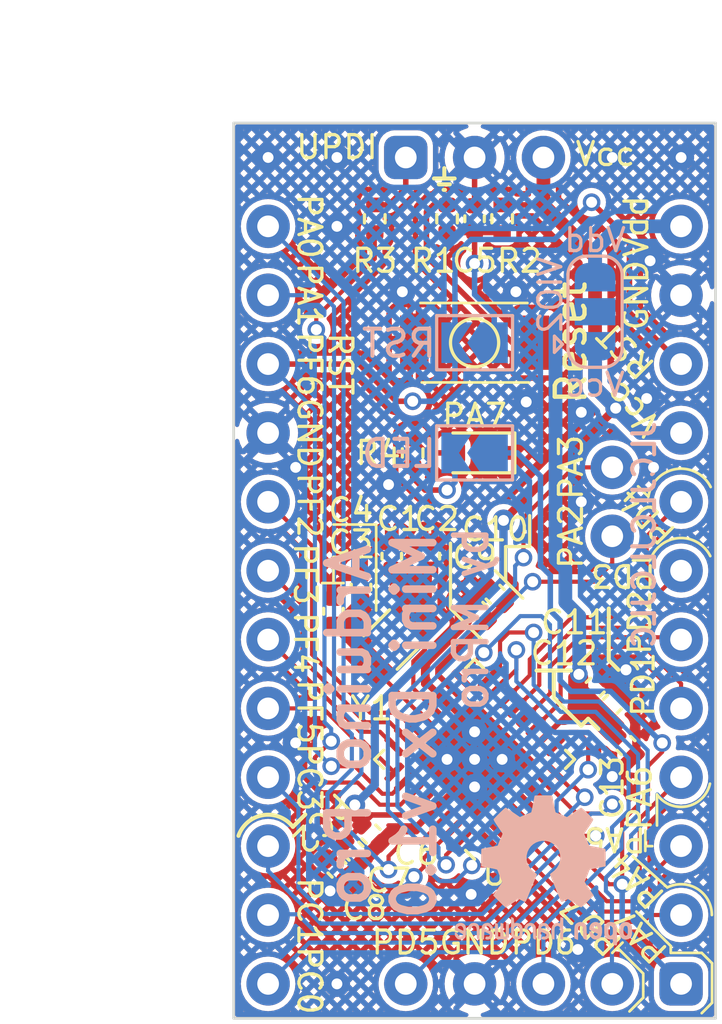
<source format=kicad_pcb>
(kicad_pcb (version 20240108) (generator "pcbnew") (generator_version "8.0")
  (title_block (title "Arduino Pro Mini Dx") (date "2023-09-06") (rev "1.0") (company "© 2023 MPro") (comment 1 "Designed by MPro") (comment 4 "Licensed under CERN-OHL-P v2 or any later version"))
  (layers (0 "F.Cu" signal) (31 "B.Cu" signal) (34 "B.Paste" user) (35 "F.Paste" user) (36 "B.SilkS" user "B.Silkscreen") (37 "F.SilkS" user "F.Silkscreen") (38 "B.Mask" user) (39 "F.Mask" user) (44 "Edge.Cuts" user))
  (net 0 "")
  (net 1 "Net-(U1-XTAL32K1{slash}PF0)")
  (net 2 "GND")
  (net 3 "Net-(U1-XTAL32K2{slash}PF1)")
  (net 4 "Net-(JP2-A)")
  (net 5 "VCC")
  (net 6 "Net-(JP1-C)")
  (net 7 "Net-(D1-A)")
  (net 8 "VDD")
  (net 9 "RESET")
  (net 10 "/PA7")
  (net 11 "Net-(JP3-B)")
  (net 12 "/PA4")
  (net 13 "/PA5")
  (net 14 "/PA6")
  (net 15 "/PD1")
  (net 16 "/PD2")
  (net 17 "/PD3")
  (net 18 "/PD4")
  (net 19 "UPDI")
  (net 20 "/PA0")
  (net 21 "/PA1")
  (net 22 "/PF2")
  (net 23 "/PF3")
  (net 24 "/PF4")
  (net 25 "/PF5")
  (net 26 "/PC3")
  (net 27 "/PC2")
  (net 28 "/PC1")
  (net 29 "/PC0")
  (net 30 "/PD5")
  (net 31 "/PD6")
  (net 32 "/PD7")
  (net 33 "/PA2")
  (net 34 "/PA3")
  (net 35 "Net-(R1-Pad1)")
  (net 36 "Net-(U1-UPDI)")
  (footprint "footprints:C_0402_1005Metric" (layer "F.Cu") (at 108.591382 70.999382 45)
    (property "Reference" "C11")
    (property "Value" "1u" (hide yes))
  )
  (footprint "footprints:C_0402_1005Metric" (layer "F.Cu") (at 100.317236 76.415964 -45)
    (property "Reference" "C6")
    (property "Value" "1u" (hide yes))
  )
  (footprint "footprints:LED_0603_1608Metric" (layer "F.Cu") (at 104.14 62.357 180)
    (property "Reference" "D1" (hide yes))
    (property "Value" "LED" (hide yes))
  )
  (footprint "footprints:Crystal_SMD_3215-2Pin_3.2x1.5mm" (layer "F.Cu") (at 101.1428 69.2404 45)
    (property "Reference" "Y1")
    (property "Value" "32.768kHz" (hide yes))
  )
  (footprint "footprints:TS-1088R-02526_SPST" (layer "F.Cu") (at 104.14 58.293)
    (property "Reference" "SW1" (hide yes))
    (property "Value" "Reset")
  )
  (footprint "footprints:diy-modules-ARDUINO-PRO-MINI-Dx-BRD" (layer "F.Cu") (at 104.14 66.701 -90)
    (property "Reference" "M1" (hide yes))
    (property "Value" "Arduino Pro Mini Dx" (hide yes))
    (fp_line (start -16.51 8.89) (end 16.51 8.89) (stroke (width 0.1)) (layer "Edge.Cuts"))
    (fp_line (start 16.51 8.89) (end 16.51 -8.89) (stroke (width 0.1)) (layer "Edge.Cuts"))
    (fp_line (start -16.51 -8.89) (end -16.51 8.89) (stroke (width 0.1)) (layer "Edge.Cuts"))
    (fp_line (start 16.51 -8.89) (end -16.51 -8.89) (stroke (width 0.1)) (layer "Edge.Cuts"))
  )
  (footprint "footprints:C_0402_1005Metric" (layer "F.Cu") (at 101.082974 66.167 90)
    (property "Reference" "C1")
    (property "Value" "6p8" (hide yes))
  )
  (footprint "footprints:C_0402_1005Metric" (layer "F.Cu") (at 99.06 77.6732 -45)
    (property "Reference" "C8")
    (property "Value" "4n7" (hide yes))
  )
  (footprint "footprints:C_0402_1005Metric" (layer "F.Cu") (at 104.267 68.199 135)
    (property "Reference" "C9")
    (property "Value" "1u" (hide yes))
  )
  (footprint "footprints:R_0402_1005Metric" (layer "F.Cu") (at 101.854 62.357 90)
    (property "Reference" "R4")
    (property "Value" "1k5" (hide yes))
  )
  (footprint "footprints:C_0402_1005Metric" (layer "F.Cu") (at 99.949 67.31 90)
    (property "Reference" "C4")
    (property "Value" "1p5" (hide yes))
  )
  (footprint "footprints:QFN-32-1EP_5x5mm_P0.5mm_EP3.1x3.1mm" (layer "F.Cu") (at 104.14 73.66 135)
    (property "Reference" "U1")
    (property "Value" "AVR128DB32x-xRXB" (hide yes))
  )
  (footprint "footprints:C_0402_1005Metric" (layer "F.Cu") (at 104.895618 67.570382 135)
    (property "Reference" "C10")
    (property "Value" "100n" (hide yes))
  )
  (footprint "footprints:R_0402_1005Metric" (layer "F.Cu") (at 103.124 53.721 -90)
    (property "Reference" "R1")
    (property "Value" "330" (hide yes))
  )
  (footprint "footprints:C_0402_1005Metric" (layer "F.Cu") (at 98.933 68.199 90)
    (property "Reference" "C3")
    (property "Value" "6p8" (hide yes))
  )
  (footprint "footprints:R_0402_1005Metric" (layer "F.Cu") (at 100.457 53.721 -90)
    (property "Reference" "R3")
    (property "Value" "470" (hide yes))
  )
  (footprint "footprints:C_0402_1005Metric" (layer "F.Cu") (at 99.688618 77.044582 -45)
    (property "Reference" "C7")
    (property "Value" "100n" (hide yes))
  )
  (footprint "footprints:C_0402_1005Metric" (layer "F.Cu") (at 104.14 53.721 90)
    (property "Reference" "C5")
    (property "Value" "100n" (hide yes))
  )
  (footprint "footprints:C_0402_1005Metric" (layer "F.Cu") (at 109.728 73.152 -45)
    (property "Reference" "C13")
    (property "Value" "4n7" (hide yes))
  )
  (footprint "footprints:R_0402_1005Metric" (layer "F.Cu") (at 105.156 53.721 -90)
    (property "Reference" "R2")
    (property "Value" "4k7" (hide yes))
  )
  (footprint "footprints:C_0402_1005Metric" (layer "F.Cu") (at 102.489 66.167 90)
    (property "Reference" "C2")
    (property "Value" "1p5" (hide yes))
  )
  (footprint "footprints:C_0402_1005Metric" (layer "F.Cu") (at 109.22 71.628 45)
    (property "Reference" "C12")
    (property "Value" "100n" (hide yes))
  )
  (footprint "footprints:SolderJumper-2_P1.3mm_Open_TrianglePad1.0x1.5mm" (layer "B.Cu") (at 104.14 58.293 180)
    (property "Reference" "JP2" (hide yes))
    (property "Value" "RST")
  )
  (footprint "footprints:OSHW-Logo2_7.3x6mm_SilkScreen" (layer "B.Cu") (at 106.68 77.75 180)
    (property "Reference" "LOGO1" (hide yes))
    (property "Value" "Logo_Open_Hardware_Small" (hide yes))
  )
  (footprint "footprints:SolderJumper-3_P1.3mm_Open_RoundedPad1.0x1.5mm" (layer "B.Cu") (at 108.585 57.15 90)
    (property "Reference" "JP1" (hide yes))
    (property "Value" "VDDIO2 Select" (hide yes))
  )
  (footprint "footprints:SolderJumper-2_P1.3mm_Open_TrianglePad1.0x1.5mm" (layer "B.Cu") (at 104.14 62.357 180)
    (property "Reference" "JP3" (hide yes))
    (property "Value" "LED")
  )
  (gr_line (start 110.1725 63.5895) (end 110.5535 63.9705) (stroke (width 0.1)) (layer "F.SilkS"))
  (gr_line (start 97.8916 75.6926) (end 97.4344 76.1498) (stroke (width 0.15)) (layer "F.SilkS"))
  (gr_line (start 103.251 65.685) (end 103.251 68.098) (stroke (width 0.12)) (layer "F.SilkS"))
  (gr_line (start 104.013 68.86) (end 104.394 69.241) (stroke (width 0.12)) (layer "F.SilkS"))
  (gr_line (start 110.4392 76.2768) (end 110.4392 77.0388) (stroke (width 0.1)) (layer "F.SilkS"))
  (gr_arc (start 112.826479 74.557995) (mid 111.977891 75.391545) (end 110.871 74.956) (stroke (width 0.1)) (layer "F.SilkS"))
  (gr_line (start 102.8192 52.4516) (end 103.2256 52.4516) (stroke (width 0.15)) (layer "F.SilkS"))
  (gr_line (start 106.426 70.384) (end 107.696 70.384) (stroke (width 0.15)) (layer "F.SilkS"))
  (gr_line (start 98.5139 67.1582) (end 99.3013 67.1582) (stroke (width 0.1)) (layer "F.SilkS"))
  (gr_line (start 99.568 66.193) (end 98.933 66.193) (stroke (width 0.1)) (layer "F.SilkS"))
  (gr_line (start 109.982 66.32) (end 110.617 66.32) (stroke (width 0.1)) (layer "F.SilkS"))
  (gr_line (start 110.109 79.274) (end 111.252 80.417) (stroke (width 0.1)) (layer "F.SilkS"))
  (gr_line (start 105.283 65.812) (end 105.283 67.082) (stroke (width 0.12)) (layer "F.SilkS"))
  (gr_line (start 109.4105 80.6075) (end 110.363 81.56) (stroke (width 0.1)) (layer "F.SilkS"))
  (gr_line (start 102.997 52.6548) (end 103.0478 52.6548) (stroke (width 0.15)) (layer "F.SilkS"))
  (gr_line (start 98.933 66.193) (end 98.933 67.1582) (stroke (width 0.1)) (layer "F.SilkS"))
  (gr_line (start 103.0224 51.8547) (end 103.0224 52.2357) (stroke (width 0.15)) (layer "F.SilkS"))
  (gr_line (start 98.933 64.9992) (end 100.5078 64.9992) (stroke (width 0.1)) (layer "F.SilkS"))
  (gr_line (start 105.283 67.082) (end 105.918 67.717) (stroke (width 0.12)) (layer "F.SilkS"))
  (gr_line (start 112.903 81.179) (end 112.903 82.6395) (stroke (width 0.1)) (layer "F.SilkS"))
  (gr_line (start 106.172 64.669) (end 106.172 65.812) (stroke (width 0.12)) (layer "F.SilkS"))
  (gr_line (start 109.601 80.417) (end 109.22 80.798) (stroke (width 0.1)) (layer "F.SilkS"))
  (gr_arc (start 110.553501 63.9705) (mid 111.573216 62.953921) (end 112.852495 63.614753) (stroke (width 0.1)) (layer "F.SilkS"))
  (gr_arc (start 95.425878 76.480436) (mid 96.331838 75.717966) (end 97.4344 76.1498) (stroke (width 0.15)) (layer "F.SilkS"))
  (gr_line (start 109.982 77.242) (end 111.252 78.385) (stroke (width 0.1)) (layer "F.SilkS"))
  (gr_line (start 110.363 82.449) (end 109.855 82.957) (stroke (width 0.1)) (layer "F.SilkS"))
  (gr_line (start 108.077 72.416) (end 108.331 72.162) (stroke (width 0.15)) (layer "F.SilkS"))
  (gr_line (start 102.6414 52.2357) (end 103.4034 52.2357) (stroke (width 0.15)) (layer "F.SilkS"))
  (gr_line (start 111.379 80.544) (end 111.379 80.798) (stroke (width 0.1)) (layer "F.SilkS"))
  (gr_line (start 110.871 76.099) (end 110.871 74.956) (stroke (width 0.1)) (layer "F.SilkS"))
  (gr_line (start 110.4392 76.861) (end 110.6932 76.861) (stroke (width 0.1)) (layer "F.SilkS"))
  (gr_line (start 106.172 65.812) (end 105.283 65.812) (stroke (width 0.12)) (layer "F.SilkS"))
  (gr_line (start 100.33 66.193) (end 99.568 66.193) (stroke (width 0.1)) (layer "F.SilkS"))
  (gr_line (start 112.522 80.798) (end 112.903 81.179) (stroke (width 0.1)) (layer "F.SilkS"))
  (gr_line (start 112.903 82.6395) (end 112.522 83.0205) (stroke (width 0.1)) (layer "F.SilkS"))
  (gr_line (start 107.061 71.4) (end 108.077 72.416) (stroke (width 0.15)) (layer "F.SilkS"))
  (gr_line (start 110.363 81.56) (end 110.363 82.449) (stroke (width 0.1)) (layer "F.SilkS"))
  (gr_line (start 100.5078 64.9992) (end 100.5078 68.1742) (stroke (width 0.1)) (layer "F.SilkS"))
  (gr_line (start 103.251 68.098) (end 104.013 68.86) (stroke (width 0.12)) (layer "F.SilkS"))
  (gr_line (start 107.061 70.384) (end 107.061 71.4) (stroke (width 0.15)) (layer "F.SilkS"))
  (gr_line (start 111.379 80.798) (end 112.522 80.798) (stroke (width 0.1)) (layer "F.SilkS"))
  (gr_line (start 109.4486 70.3586) (end 109.093 70.003) (stroke (width 0.15)) (layer "F.SilkS"))
  (gr_line (start 108.331 72.162) (end 108.712 72.543) (stroke (width 0.15)) (layer "F.SilkS"))
  (gr_arc (start 110.617001 66.32) (mid 111.674591 65.499204) (end 112.83763 66.162185) (stroke (width 0.1)) (layer "F.SilkS"))
  (gr_line (start 111.252 80.417) (end 111.379 80.544) (stroke (width 0.1)) (layer "F.SilkS"))
  (gr_arc (start 111.252 78.385) (mid 112.35719 78.434726) (end 112.895922 79.401) (stroke (width 0.1)) (layer "F.SilkS"))
  (gr_line (start 109.093 70.003) (end 109.093 68.098) (stroke (width 0.15)) (layer "F.SilkS"))
  (gr_line (start 105.283 67.082) (end 104.902 66.701) (stroke (width 0.12)) (layer "F.SilkS"))
  (gr_text "by MPro" (at 104.013 68.479 90) (layer "B.SilkS") (effects (font (size 1.2 1.1) (thickness 0.2)) (justify mirror)))
  (gr_text "JLCJLCJLCJLC" (at 110.871 61.113 90) (layer "B.SilkS") (effects (font (size 0.81 0.81)) (justify left bottom mirror)))
  (gr_text "Arduino Pro\nMini Dx v1.0" (at 100.711 72.416 90) (layer "B.SilkS") (effects (font (size 1.5 1.5) (thickness 0.28)) (justify mirror)))
  (segment (start 101.082974 67.412808) (end 102.026683 68.356517) (width 0.1524) (layer "F.Cu") (net 1))
  (segment (start 101.8794 71.045847) (end 101.8794 70.0405) (width 0.1524) (layer "F.Cu") (net 1))
  (segment (start 101.082974 66.647) (end 101.082974 67.412808) (width 0.1524) (layer "F.Cu") (net 1))
  (segment (start 102.593204 71.759651) (end 101.8794 71.045847) (width 0.1524) (layer "F.Cu") (net 1))
  (segment (start 102.489 67.8942) (end 102.489 66.647) (width 0.1524) (layer "F.Cu") (net 1))
  (segment (start 102.3112 68.641034) (end 102.026683 68.356517) (width 0.1524) (layer "F.Cu") (net 1))
  (segment (start 102.489 66.647) (end 101.082974 66.647) (width 0.1524) (layer "F.Cu") (net 1))
  (segment (start 101.8794 70.0405) (end 102.3112 69.6087) (width 0.1524) (layer "F.Cu") (net 1))
  (segment (start 102.3112 69.6087) (end 102.3112 68.641034) (width 0.1524) (layer "F.Cu") (net 1))
  (segment (start 102.026683 68.356517) (end 102.489 67.8942) (width 0.1524) (layer "F.Cu") (net 1))
  (segment (start 110.109 73.449822) (end 110.109 71.838178) (width 0.3048) (layer "F.Cu") (net 2))
  (segment (start 101.953553 76.2) (end 101.219 76.2) (width 0.2032) (layer "F.Cu") (net 2))
  (segment (start 103.477553 74.676) (end 104.14 74.676) (width 0.2032) (layer "F.Cu") (net 2))
  (segment (start 110.067411 73.491411) (end 110.109 73.449822) (width 0.3048) (layer "F.Cu") (net 2))
  (segment (start 104.14 53.241) (end 104.14 51.461) (width 0.2032) (layer "F.Cu") (net 2))
  (segment (start 102.2604 70.71974) (end 102.946757 71.406097) (width 0.2032) (layer "F.Cu") (net 2))
  (segment (start 108.930793 70.659971) (end 109.559411 71.288589) (width 0.3048) (layer "F.Cu") (net 2))
  (segment (start 102.946757 71.406097) (end 104.14 72.59934) (width 0.2032) (layer "F.Cu") (net 2))
  (segment (start 104.14 72.59934) (end 104.14 73.66) (width 0.2032) (layer "F.Cu") (net 2))
  (segment (start 103.927589 67.859589) (end 104.556207 67.230971) (width 0.2032) (layer "F.Cu") (net 2))
  (segment (start 103.505 68.999545) (end 102.2604 70.244145) (width 0.2032) (layer "F.Cu") (net 2))
  (segment (start 109.22 74.295) (end 109.263822 74.295) (width 0.3048) (layer "F.Cu") (net 2))
  (segment (start 102.2604 70.244145) (end 102.2604 70.71974) (width 0.2032) (layer "F.Cu") (net 2))
  (segment (start 100.656647 76.755375) (end 99.399411 78.012611) (width 0.2032) (layer "F.Cu") (net 2))
  (segment (start 102.593204 75.560349) (end 101.953553 76.2) (width 0.2032) (layer "F.Cu") (net 2))
  (segment (start 101.219 76.2) (end 100.663625 76.755375) (width 0.2032) (layer "F.Cu") (net 2))
  (segment (start 110.109 71.838178) (end 109.559411 71.288589) (width 0.3048) (layer "F.Cu") (net 2))
  (segment (start 100.663625 76.755375) (end 100.656647 76.755375) (width 0.2032) (layer "F.Cu") (net 2))
  (segment (start 103.927589 67.859589) (end 103.505 68.282178) (width 0.2032) (layer "F.Cu") (net 2))
  (segment (start 109.263822 74.295) (end 110.067411 73.491411) (width 0.3048) (layer "F.Cu") (net 2))
  (segment (start 103.505 68.282178) (end 103.505 68.999545) (width 0.2032) (layer "F.Cu") (net 2))
  (segment (start 102.593204 75.560349) (end 103.477553 74.676) (width 0.2032) (layer "F.Cu") (net 2))
  (via (at 109.728 70.358) (size 0.762) (drill 0.4064) (layers "F.Cu" "B.Cu") (net 2))
  (via (at 100.965 63.526) (size 0.8) (drill 0.4) (layers "F.Cu" "B.Cu") (net 2))
  (via (at 99.06 54.001) (size 0.8) (drill 0.4) (layers "F.Cu" "B.Cu") (net 2))
  (via (at 96.52 51.461) (size 0.8) (drill 0.4) (layers "F.Cu" "B.Cu") (net 2))
  (via (at 101.473 56.414) (size 0.8) (drill 0.4) (layers "F.Cu" "B.Cu") (net 2))
  (via (at 110.49 60.351) (size 0.8) (drill 0.4) (layers "F.Cu" "B.Cu") (net 2))
  (via (at 110.744 62.891) (size 0.8) (drill 0.4) (layers "F.Cu" "B.Cu") (net 2))
  (via (at 99.06 51.461) (size 0.8) (drill 0.4) (layers "F.Cu" "B.Cu") (net 2))
  (via (at 109.22 74.295) (size 0.65) (drill 0.4064) (layers "F.Cu" "B.Cu") (net 2))
  (via (at 104.14 73.66) (size 0.8) (drill 0.4) (layers "F.Cu" "B.Cu") (net 2))
  (via (at 111.76 51.461) (size 0.8) (drill 0.4) (layers "F.Cu" "B.Cu") (net 2))
  (via (at 108.077 64.161) (size 0.8) (drill 0.4) (layers "F.Cu" "B.Cu") (net 2))
  (via (at 98.806 78.512) (size 0.8) (drill 0.4) (layers "F.Cu" "B.Cu") (net 2))
  (via (at 99.06 81.941) (size 0.8) (drill 0.4) (layers "F.Cu" "B.Cu") (net 2))
  (via (at 105.156 73.66) (size 0.8) (drill 0.4) (layers "F.Cu" "B.Cu") (net 2))
  (via (at 97.536 73.051) (size 0.8) (drill 0.4) (layers "F.Cu" "B.Cu") (net 2))
  (via (at 105.664 56.414) (size 0.8) (drill 0.4) (layers "F.Cu" "B.Cu") (net 2))
  (via (at 103.124 73.66) (size 0.8) (drill 0.4) (layers "F.Cu" "B.Cu") (net 2))
  (via (at 107.95 80.671) (size 0.8) (drill 0.4) (layers "F.Cu" "B.Cu") (net 2))
  (via (at 109.22 51.461) (size 0.8) (drill 0.4) (layers "F.Cu" "B.Cu") (net 2))
  (via (at 108.077 60.859) (size 0.8) (drill 0.4) (layers "F.Cu" "B.Cu") (net 2))
  (via (at 110.617 55.271) (size 0.8) (drill 0.4) (layers "F.Cu" "B.Cu") (net 2))
  (via (at 97.536 62.891) (size 0.8) (drill 0.4) (layers "F.Cu" "B.Cu") (net 2))
  (via (at 104.013 78.639) (size 0.8) (drill 0.4) (layers "F.Cu" "B.Cu") (net 2))
  (via (at 106.045 60.478) (size 0.8) (drill 0.4) (layers "F.Cu" "B.Cu") (net 2))
  (via (at 104.14 74.676) (size 0.8) (drill 0.4) (layers "F.Cu" "B.Cu") (net 2))
  (via (at 104.14 72.644) (size 0.8) (drill 0.4) (layers "F.Cu" "B.Cu") (net 2))
  (segment (start 98.961 68.679) (end 98.933 68.679) (width 0.1524) (layer "F.Cu") (net 3))
  (segment (start 100.258917 70.13247) (end 100.258917 70.124283) (width 0.1524) (layer "F.Cu") (net 3))
  (segment (start 99.949 67.79) (end 100.258917 68.099917) (width 0.1524) (layer "F.Cu") (net 3))
  (segment (start 100.258917 70.124283) (end 98.933 68.798366) (width 0.1524) (layer "F.Cu") (net 3))
  (segment (start 98.933 68.798366) (end 98.933 68.679) (width 0.1524) (layer "F.Cu") (net 3))
  (segment (start 100.258917 68.099917) (end 100.258917 70.124283) (width 0.1524) (layer "F.Cu") (net 3))
  (segment (start 102.239651 72.113204) (end 100.258917 70.13247) (width 0.1524) (layer "F.Cu") (net 3))
  (segment (start 99.85 67.79) (end 98.961 68.679) (width 0.1524) (layer "F.Cu") (net 3))
  (segment (start 99.949 67.79) (end 99.85 67.79) (width 0.1524) (layer "F.Cu") (net 3))
  (segment (start 104.14 55.372) (end 104.14 54.201) (width 0.2032) (layer "F.Cu") (net 4))
  (segment (start 103.124 54.231) (end 105.156 54.231) (width 0.2032) (layer "F.Cu") (net 4))
  (via (at 104.14 55.372) (size 0.65) (drill 0.4064) (layers "F.Cu" "B.Cu") (net 4))
  (segment (start 104.14 55.372) (end 104.14 56.515) (width 0.2032) (layer "B.Cu") (net 4))
  (segment (start 104.14 56.515) (end 104.865 57.24) (width 0.2032) (layer "B.Cu") (net 4))
  (segment (start 104.865 57.24) (end 104.865 58.293) (width 0.2032) (layer "B.Cu") (net 4))
  (segment (start 105.6132 67.531622) (end 105.235029 67.909793) (width 0.3048) (layer "F.Cu") (net 5))
  (segment (start 109.347 60.706) (end 110.262 61.621) (width 0.508) (layer "F.Cu") (net 5))
  (segment (start 100.343378 75.711) (end 101.735447 75.711) (width 0.2032) (layer "F.Cu") (net 5))
  (segment (start 104.606411 68.538411) (end 104.574889 68.538411) (width 0.2032) (layer "F.Cu") (net 5))
  (segment (start 99.7204 75.819128) (end 99.7204 75.341084) (width 0.3048) (layer "F.Cu") (net 5))
  (segment (start 106.68 53.213) (end 106.68 51.461) (width 0.508) (layer "F.Cu") (net 5))
  (segment (start 105.2068 66.802) (end 105.6132 67.2084) (width 0.3048) (layer "F.Cu") (net 5))
  (segment (start 102.78725 70.539483) (end 102.78725 70.325343) (width 0.2032) (layer "F.Cu") (net 5))
  (segment (start 101.735447 75.711) (end 102.239651 75.206796) (width 0.2032) (layer "F.Cu") (net 5))
  (segment (start 103.300311 71.052544) (end 102.78725 70.539483) (width 0.2032) (layer "F.Cu") (net 5))
  (segment (start 105.235029 67.909793) (end 104.606411 68.538411) (width 0.2032) (layer "F.Cu") (net 5))
  (segment (start 109.347 60.706) (end 105.2068 64.8462) (width 0.3048) (layer "F.Cu") (net 5))
  (segment (start 106.678 53.211) (end 106.68 53.213) (width 0.2032) (layer "F.Cu") (net 5))
  (segment (start 110.262 61.621) (end 111.76 61.621) (width 0.508) (layer "F.Cu") (net 5))
  (segment (start 99.977825 76.076553) (end 99.7204 75.819128) (width 0.3048) (layer "F.Cu") (net 5))
  (segment (start 108.585 55.118) (end 106.68 53.213) (width 0.508) (layer "F.Cu") (net 5))
  (segment (start 105.156 53.211) (end 106.678 53.211) (width 0.2032) (layer "F.Cu") (net 5))
  (segment (start 98.720589 77.333789) (end 100.343378 75.711) (width 0.2032) (layer "F.Cu") (net 5))
  (segment (start 105.6132 67.2084) (end 105.6132 67.531622) (width 0.3048) (layer "F.Cu") (net 5))
  (segment (start 109.347 60.706) (end 108.585 59.944) (width 0.508) (layer "F.Cu") (net 5))
  (segment (start 108.585 59.944) (end 108.585 55.118) (width 0.508) (layer "F.Cu") (net 5))
  (segment (start 105.2068 64.8462) (end 105.2068 66.802) (width 0.3048) (layer "F.Cu") (net 5))
  (segment (start 104.574889 68.538411) (end 102.787603 70.325697) (width 0.2032) (layer "F.Cu") (net 5))
  (via (at 109.347 60.706) (size 0.762) (drill 0.4064) (layers "F.Cu" "B.Cu") (net 5))
  (via (at 99.7204 75.341084) (size 0.762) (drill 0.4064) (layers "F.Cu" "B.Cu") (net 5))
  (via (at 105.2068 64.8462) (size 0.8) (drill 0.4) (layers "F.Cu" "B.Cu") (net 5))
  (segment (start 109.347 60.706) (end 110.262 61.621) (width 0.508) (layer "B.Cu") (net 5))
  (segment (start 110.262 61.621) (end 111.76 61.621) (width 0.508) (layer "B.Cu") (net 5))
  (segment (start 108.585 59.944) (end 109.347 60.706) (width 0.508) (layer "B.Cu") (net 5))
  (segment (start 100.457 71.790374) (end 100.457 74.604484) (width 0.3048) (layer "B.Cu") (net 5))
  (segment (start 108.585 58.45) (end 108.585 59.944) (width 0.508) (layer "B.Cu") (net 5))
  (segment (start 105.2068 67.040574) (end 100.457 71.790374) (width 0.3048) (layer "B.Cu") (net 5))
  (segment (start 105.2068 64.8462) (end 105.2068 67.040574) (width 0.3048) (layer "B.Cu") (net 5))
  (segment (start 100.457 74.604484) (end 99.7204 75.341084) (width 0.3048) (layer "B.Cu") (net 5))
  (segment (start 108.228974 71.338793) (end 108.251971 71.338793) (width 0.2032) (layer "F.Cu") (net 6))
  (segment (start 106.747456 72.820311) (end 106.757689 72.820311) (width 0.2032) (layer "F.Cu") (net 6))
  (segment (start 106.747456 72.820311) (end 108.228974 71.338793) (width 0.2032) (layer "F.Cu") (net 6))
  (segment (start 107.988944 70.523944) (end 107.988944 71.075766) (width 0.2032) (layer "F.Cu") (net 6))
  (segment (start 108.251971 71.338793) (end 108.880589 71.967411) (width 0.2032) (layer "F.Cu") (net 6))
  (segment (start 109.388589 72.812589) (end 108.880589 72.304589) (width 0.2032) (layer "F.Cu") (net 6))
  (segment (start 107.988944 71.075766) (end 108.251971 71.338793) (width 0.2032) (layer "F.Cu") (net 6))
  (segment (start 108.880589 72.304589) (end 108.880589 71.967411) (width 0.2032) (layer "F.Cu") (net 6))
  (via (at 107.988944 70.523944) (size 0.65) (drill 0.4064) (layers "F.Cu" "B.Cu") (net 6))
  (segment (start 107.4896 67.8662) (end 107.4896 66.643815) (width 0.508) (layer "B.Cu") (net 6))
  (segment (start 107.1256 66.279815) (end 107.1256 57.4664) (width 0.508) (layer "B.Cu") (net 6))
  (segment (start 107.988944 70.523944) (end 108.0008 70.512088) (width 0.508) (layer "B.Cu") (net 6))
  (segment (start 107.4896 66.643815) (end 107.1256 66.279815) (width 0.508) (layer "B.Cu") (net 6))
  (segment (start 108.0008 70.512088) (end 108.0008 68.3774) (width 0.508) (layer "B.Cu") (net 6))
  (segment (start 107.442 57.15) (end 108.585 57.15) (width 0.508) (layer "B.Cu") (net 6))
  (segment (start 108.0008 68.3774) (end 107.4896 67.8662) (width 0.508) (layer "B.Cu") (net 6))
  (segment (start 107.1256 57.4664) (end 107.442 57.15) (width 0.508) (layer "B.Cu") (net 6))
  (segment (start 102.364 62.357) (end 101.854 61.847) (width 0.2032) (layer "F.Cu") (net 7))
  (segment (start 103.3525 62.357) (end 102.364 62.357) (width 0.2032) (layer "F.Cu") (net 7))
  (segment (start 108.585 54.864) (end 109.448 54.001) (width 0.508) (layer "B.Cu") (net 8))
  (segment (start 109.448 54.001) (end 111.76 54.001) (width 0.508) (layer "B.Cu") (net 8))
  (segment (start 108.585 55.85) (end 108.585 54.864) (width 0.508) (layer "B.Cu") (net 8))
  (segment (start 101.102233 74.93) (end 101.532544 74.499689) (width 0.1524) (layer "F.Cu") (net 9))
  (segment (start 109.855 57.176) (end 111.76 59.081) (width 0.2032) (layer "F.Cu") (net 9))
  (segment (start 100.7364 74.93) (end 101.102233 74.93) (width 0.1524) (layer "F.Cu") (net 9))
  (segment (start 108.458 53.112) (end 109.855 54.509) (width 0.2032) (layer "F.Cu") (net 9))
  (segment (start 99.7204 73.914) (end 100.7364 74.93) (width 0.1524) (layer "F.Cu") (net 9))
  (segment (start 101.2444 60.452) (end 101.854 60.452) (width 0.2032) (layer "F.Cu") (net 9))
  (segment (start 109.855 54.509) (end 109.855 57.176) (width 0.2032) (layer "F.Cu") (net 9))
  (segment (start 99.8728 59.0804) (end 101.2444 60.452) (width 0.2032) (layer "F.Cu") (net 9))
  (segment (start 99.8722 59.081) (end 99.8728 59.0804) (width 0.2032) (layer "F.Cu") (net 9))
  (segment (start 98.84926 73.914) (end 99.7204 73.914) (width 0.1524) (layer "F.Cu") (net 9))
  (segment (start 96.52 59.081) (end 99.8722 59.081) (width 0.2032) (layer "F.Cu") (net 9))
  (via (at 108.458 53.112) (size 0.65) (drill 0.4064) (layers "F.Cu" "B.Cu") (net 9))
  (via (at 101.854 60.452) (size 0.65) (drill 0.4064) (layers "F.Cu" "B.Cu") (net 9))
  (via (at 98.84926 73.914) (size 0.65) (drill 0.4064) (layers "F.Cu" "B.Cu") (net 9))
  (segment (start 98.84926 73.914) (end 98.2472 73.31194) (width 0.1524) (layer "B.Cu") (net 9))
  (segment (start 98.2472 60.7822) (end 96.546 59.081) (width 0.1524) (layer "B.Cu") (net 9))
  (segment (start 102.616 60.452) (end 103.415 59.653) (width 0.2032) (layer "B.Cu") (net 9))
  (segment (start 103.415 55.083853) (end 103.415 58.293) (width 0.2032) (layer "B.Cu") (net 9))
  (segment (start 108.458 53.112) (end 107.087 54.483) (width 0.2032) (layer "B.Cu") (net 9))
  (segment (start 103.415 59.653) (end 103.415 58.293) (width 0.2032) (layer "B.Cu") (net 9))
  (segment (start 96.546 59.081) (end 96.52 59.081) (width 0.1524) (layer "B.Cu") (net 9))
  (segment (start 101.854 60.452) (end 102.616 60.452) (width 0.2032) (layer "B.Cu") (net 9))
  (segment (start 107.087 54.483) (end 104.015853 54.483) (width 0.2032) (layer "B.Cu") (net 9))
  (segment (start 98.2472 73.31194) (end 98.2472 60.7822) (width 0.1524) (layer "B.Cu") (net 9))
  (segment (start 104.015853 54.483) (end 103.415 55.083853) (width 0.2032) (layer "B.Cu") (net 9))
  (segment (start 110.5408 73.908606) (end 111.063201 73.386205) (width 0.1524) (layer "F.Cu") (net 10))
  (segment (start 109.586614 78.266787) (end 109.10034 78.266787) (width 0.1524) (layer "F.Cu") (net 10))
  (segment (start 109.586614 78.266787) (end 109.586614 75.935586) (width 0.1524) (layer "F.Cu") (net 10))
  (segment (start 109.10034 78.266787) (end 106.040349 75.206796) (width 0.1524) (layer "F.Cu") (net 10))
  (segment (start 110.5408 74.9814) (end 110.5408 73.908606) (width 0.1524) (layer "F.Cu") (net 10))
  (segment (start 111.063201 73.386205) (end 111.063201 73.055826) (width 0.1524) (layer "F.Cu") (net 10))
  (segment (start 109.586614 75.935586) (end 110.5408 74.9814) (width 0.1524) (layer "F.Cu") (net 10))
  (via (at 109.586614 78.266787) (size 0.65) (drill 0.4064) (layers "F.Cu" "B.Cu") (net 10))
  (via (at 111.063201 73.055826) (size 0.65) (drill 0.4064) (layers "F.Cu" "B.Cu") (net 10))
  (segment (start 107.700544 71.150544) (end 109.157919 71.150544) (width 0.2032) (layer "B.Cu") (net 10))
  (segment (start 109.586614 78.266787) (end 109.586614 79.767614) (width 0.2032) (layer "B.Cu") (net 10))
  (segment (start 109.586614 79.767614) (end 111.76 81.941) (width 0.2032) (layer "B.Cu") (net 10))
  (segment (start 105.7148 62.357) (end 106.57 63.2122) (width 0.2032) (layer "B.Cu") (net 10))
  (segment (start 106.57 66.509953) (end 106.934 66.873953) (width 0.2032) (layer "B.Cu") (net 10))
  (segment (start 104.865 62.357) (end 105.7148 62.357) (width 0.2032) (layer "B.Cu") (net 10))
  (segment (start 106.934 66.873953) (end 106.934 68.17271) (width 0.2032) (layer "B.Cu") (net 10))
  (segment (start 109.157919 71.150544) (end 111.063201 73.055826) (width 0.2032) (layer "B.Cu") (net 10))
  (segment (start 106.57 63.2122) (end 106.57 66.509953) (width 0.2032) (layer "B.Cu") (net 10))
  (segment (start 107.29774 68.53645) (end 107.29774 70.74774) (width 0.2032) (layer "B.Cu") (net 10))
  (segment (start 106.934 68.17271) (end 107.29774 68.53645) (width 0.2032) (layer "B.Cu") (net 10))
  (segment (start 107.29774 70.74774) (end 107.700544 71.150544) (width 0.2032) (layer "B.Cu") (net 10))
  (segment (start 101.854 63.2714) (end 101.854 62.867) (width 0.2032) (layer "F.Cu") (net 11))
  (segment (start 103.124 63.7286) (end 102.3112 63.7286) (width 0.2032) (layer "F.Cu") (net 11))
  (segment (start 102.3112 63.7286) (end 101.854 63.2714) (width 0.2032) (layer "F.Cu") (net 11))
  (via (at 103.124 63.7286) (size 0.65) (drill 0.4064) (layers "F.Cu" "B.Cu") (net 11))
  (segment (start 103.124 63.7286) (end 103.415 63.4376) (width 0.2032) (layer "B.Cu") (net 11))
  (segment (start 103.415 63.4376) (end 103.415 62.357) (width 0.2032) (layer "B.Cu") (net 11))
  (segment (start 110.363 79.655) (end 110.617 79.401) (width 0.1524) (layer "F.Cu") (net 12))
  (segment (start 110.617 79.401) (end 111.76 79.401) (width 0.1524) (layer "F.Cu") (net 12))
  (segment (start 108.367233 79.655) (end 110.363 79.655) (width 0.1524) (layer "F.Cu") (net 12))
  (segment (start 104.979689 76.267456) (end 108.367233 79.655) (width 0.1524) (layer "F.Cu") (net 12))
  (segment (start 110.617 78.766) (end 110.617 77.978) (width 0.1524) (layer "F.Cu") (net 13))
  (segment (start 110.617 77.978) (end 111.734 76.861) (width 0.1524) (layer "F.Cu") (net 13))
  (segment (start 110.109 79.274) (end 110.617 78.766) (width 0.1524) (layer "F.Cu") (net 13))
  (segment (start 111.734 76.861) (end 111.76 76.861) (width 0.1524) (layer "F.Cu") (net 13))
  (segment (start 105.333243 75.913903) (end 108.69334 79.274) (width 0.1524) (layer "F.Cu") (net 13))
  (segment (start 108.69334 79.274) (end 110.109 79.274) (width 0.1524) (layer "F.Cu") (net 13))
  (segment (start 105.686796 75.560349) (end 109.019447 78.893) (width 0.1524) (layer "F.Cu") (net 14))
  (segment (start 110.236 75.845) (end 111.76 74.321) (width 0.1524) (layer "F.Cu") (net 14))
  (segment (start 109.019447 78.893) (end 109.9185 78.893) (width 0.1524) (layer "F.Cu") (net 14))
  (segment (start 109.9185 78.893) (end 110.236 78.5755) (width 0.1524) (layer "F.Cu") (net 14))
  (segment (start 110.236 78.5755) (end 110.236 75.845) (width 0.1524) (layer "F.Cu") (net 14))
  (segment (start 111.76 70.866) (end 111.76 71.781) (width 0.1524) (layer "F.Cu") (net 15))
  (segment (start 106.393903 72.466757) (end 107.315 71.54566) (width 0.1524) (layer "F.Cu") (net 15))
  (segment (start 110.4042 69.5102) (end 111.76 70.866) (width 0.1524) (layer "F.Cu") (net 15))
  (segment (start 107.315 70.348368) (end 108.153168 69.5102) (width 0.1524) (layer "F.Cu") (net 15))
  (segment (start 107.315 71.54566) (end 107.315 70.348368) (width 0.1524) (layer "F.Cu") (net 15))
  (segment (start 108.153168 69.5102) (end 110.4042 69.5102) (width 0.1524) (layer "F.Cu") (net 15))
  (segment (start 106.934 71.219553) (end 106.934 70.231) (width 0.1524) (layer "F.Cu") (net 16))
  (segment (start 108.0072 69.1578) (end 111.6768 69.1578) (width 0.1524) (layer "F.Cu") (net 16))
  (segment (start 106.040349 72.113204) (end 106.934 71.219553) (width 0.1524) (layer "F.Cu") (net 16))
  (segment (start 106.934 70.231) (end 108.0072 69.1578) (width 0.1524) (layer "F.Cu") (net 16))
  (segment (start 111.6768 69.1578) (end 111.76 69.241) (width 0.1524) (layer "F.Cu") (net 16))
  (segment (start 106.5276 70.119768) (end 107.841968 68.8054) (width 0.1524) (layer "F.Cu") (net 17))
  (segment (start 105.686796 71.759651) (end 106.5276 70.918847) (width 0.1524) (layer "F.Cu") (net 17))
  (segment (start 106.5276 70.918847) (end 106.5276 70.119768) (width 0.1524) (layer "F.Cu") (net 17))
  (segment (start 109.6556 68.8054) (end 111.76 66.701) (width 0.1524) (layer "F.Cu") (net 17))
  (segment (start 107.841968 68.8054) (end 109.6556 68.8054) (width 0.1524) (layer "F.Cu") (net 17))
  (segment (start 106.1752 69.9738) (end 107.7298 68.4192) (width 0.1524) (layer "F.Cu") (net 18))
  (segment (start 106.1752 70.56414) (end 106.1752 69.9738) (width 0.1524) (layer "F.Cu") (net 18))
  (segment (start 107.7298 68.4192) (end 109.4068 68.4192) (width 0.1524) (layer "F.Cu") (net 18))
  (segment (start 109.4068 68.4192) (end 110.49 67.336) (width 0.1524) (layer "F.Cu") (net 18))
  (segment (start 105.333243 71.406097) (end 106.1752 70.56414) (width 0.1524) (layer "F.Cu") (net 18))
  (segment (start 110.49 65.431) (end 111.76 64.161) (width 0.1524) (layer "F.Cu") (net 18))
  (segment (start 110.49 67.336) (end 110.49 65.431) (width 0.1524) (layer "F.Cu") (net 18))
  (segment (start 100.967 53.211) (end 100.457 53.211) (width 0.2032) (layer "F.Cu") (net 19))
  (segment (start 101.6 52.578) (end 100.967 53.211) (width 0.2032) (layer "F.Cu") (net 19))
  (segment (start 101.6 51.461) (end 101.6 52.578) (width 0.2032) (layer "F.Cu") (net 19))
  (segment (start 101.29205 76.906558) (end 101.29205 76.88895) (width 0.1524) (layer "F.Cu") (net 20))
  (segment (start 101.473 76.708) (end 102.15266 76.708) (width 0.1524) (layer "F.Cu") (net 20))
  (segment (start 100.965 77.724) (end 100.965 77.233608) (width 0.1524) (layer "F.Cu") (net 20))
  (segment (start 102.15266 76.708) (end 102.946757 75.913903) (width 0.1524) (layer "F.Cu") (net 20))
  (segment (start 100.965 77.233608) (end 101.29205 76.906558) (width 0.1524) (layer "F.Cu") (net 20))
  (segment (start 101.29205 76.88895) (end 101.473 76.708) (width 0.1524) (layer "F.Cu") (net 20))
  (via (at 100.965 77.724) (size 0.65) (drill 0.4064) (layers "F.Cu" "B.Cu") (net 20))
  (segment (start 99.3044 56.7854) (end 96.52 54.001) (width 0.1524) (layer "B.Cu") (net 20))
  (segment (start 100.9523 77.724) (end 99.0632 75.8349) (width 0.1524) (layer "B.Cu") (net 20))
  (segment (start 99.9628 72.591232) (end 99.3044 71.932832) (width 0.1524) (layer "B.Cu") (net 20))
  (segment (start 99.3044 71.932832) (end 99.3044 56.7854) (width 0.1524) (layer "B.Cu") (net 20))
  (segment (start 100.965 77.724) (end 100.9523 77.724) (width 0.1524) (layer "B.Cu") (net 20))
  (segment (start 99.9628 74.169968) (end 99.9628 72.591232) (width 0.1524) (layer "B.Cu") (net 20))
  (segment (start 99.0632 75.069568) (end 99.9628 74.169968) (width 0.1524) (layer "B.Cu") (net 20))
  (segment (start 99.0632 75.8349) (end 99.0632 75.069568) (width 0.1524) (layer "B.Cu") (net 20))
  (segment (start 102.2604 77.307367) (end 103.300311 76.267456) (width 0.1524) (layer "F.Cu") (net 21))
  (segment (start 101.900431 77.9923) (end 102.2604 77.632331) (width 0.1524) (layer "F.Cu") (net 21))
  (segment (start 102.2604 77.632331) (end 102.2604 77.307367) (width 0.1524) (layer "F.Cu") (net 21))
  (via (at 101.900431 77.9923) (size 0.65) (drill 0.4064) (layers "F.Cu" "B.Cu") (net 21))
  (segment (start 101.900431 77.9923) (end 101.567531 78.3252) (width 0.1524) (layer "B.Cu") (net 21))
  (segment (start 99.6104 72.7372) (end 98.952 72.0788) (width 0.1524) (layer "B.Cu") (net 21))
  (segment (start 101.567531 78.3252) (end 100.715974 78.3252) (width 0.1524) (layer "B.Cu") (net 21))
  (segment (start 99.6104 74.024) (end 99.6104 72.7372) (width 0.1524) (layer "B.Cu") (net 21))
  (segment (start 98.7108 74.923599) (end 99.6104 74.024) (width 0.1524) (layer "B.Cu") (net 21))
  (segment (start 98.7108 75.980868) (end 98.7108 74.923599) (width 0.1524) (layer "B.Cu") (net 21))
  (segment (start 98.5272 56.541) (end 96.52 56.541) (width 0.1524) (layer "B.Cu") (net 21))
  (segment (start 100.3554 77.625468) (end 98.7108 75.980868) (width 0.1524) (layer "B.Cu") (net 21))
  (segment (start 98.952 56.9658) (end 98.5272 56.541) (width 0.1524) (layer "B.Cu") (net 21))
  (segment (start 100.715974 78.3252) (end 100.3554 77.964626) (width 0.1524) (layer "B.Cu") (net 21))
  (segment (start 100.3554 77.964626) (end 100.3554 77.625468) (width 0.1524) (layer "B.Cu") (net 21))
  (segment (start 98.952 72.0788) (end 98.952 56.9658) (width 0.1524) (layer "B.Cu") (net 21))
  (segment (start 101.886097 72.466757) (end 101.35854 71.9392) (width 0.1524) (layer "F.Cu") (net 22))
  (segment (start 98.1424 69.796) (end 98.1424 65.7834) (width 0.1524) (layer "F.Cu") (net 22))
  (segment (start 98.1424 65.7834) (end 96.52 64.161) (width 0.1524) (layer "F.Cu") (net 22))
  (segment (start 101.35854 71.9392) (end 100.2856 71.9392) (width 0.1524) (layer "F.Cu") (net 22))
  (segment (start 100.2856 71.9392) (end 98.1424 69.796) (width 0.1524) (layer "F.Cu") (net 22))
  (segment (start 100.1046 72.2916) (end 97.79 69.977) (width 0.1524) (layer "F.Cu") (net 23))
  (segment (start 101.003833 72.2916) (end 100.1046 72.2916) (width 0.1524) (layer "F.Cu") (net 23))
  (segment (start 97.79 67.971) (end 96.52 66.701) (width 0.1524) (layer "F.Cu") (net 23))
  (segment (start 101.532544 72.820311) (end 101.003833 72.2916) (width 0.1524) (layer "F.Cu") (net 23))
  (segment (start 97.79 69.977) (end 97.79 67.971) (width 0.1524) (layer "F.Cu") (net 23))
  (segment (start 101.17899 73.173864) (end 100.649126 72.644) (width 0.1524) (layer "F.Cu") (net 24))
  (segment (start 100.649126 72.644) (end 99.923 72.644) (width 0.1524) (layer "F.Cu") (net 24))
  (segment (start 99.923 72.644) (end 96.52 69.241) (width 0.1524) (layer "F.Cu") (net 24))
  (segment (start 99.768 72.9964) (end 98.5526 71.781) (width 0.1524) (layer "F.Cu") (net 25))
  (segment (start 98.5526 71.781) (end 96.52 71.781) (width 0.1524) (layer "F.Cu") (net 25))
  (segment (start 100.029254 72.9964) (end 99.768 72.9964) (width 0.1524) (layer "F.Cu") (net 25))
  (segment (start 101.17899 74.146136) (end 100.029254 72.9964) (width 0.1524) (layer "F.Cu") (net 25))
  (segment (start 107.630874 72.644) (end 107.10101 73.173864) (width 0.1524) (layer "F.Cu") (net 26))
  (segment (start 107.95 72.644) (end 107.630874 72.644) (width 0.1524) (layer "F.Cu") (net 26))
  (segment (start 108.331 73.025) (end 107.95 72.644) (width 0.1524) (layer "F.Cu") (net 26))
  (segment (start 108.331 74.041) (end 108.331 73.025) (width 0.1524) (layer "F.Cu") (net 26))
  (via (at 108.331 74.041) (size 0.65) (drill 0.4064) (layers "F.Cu" "B.Cu") (net 26))
  (segment (start 104.432 79.3624) (end 98.605968 79.3624) (width 0.1524) (layer "B.Cu") (net 26))
  (segment (start 107.1658 75.2062) (end 107.1658 76.6286) (width 0.1524) (layer "B.Cu") (net 26))
  (segment (start 108.331 74.041) (end 107.1658 75.2062) (width 0.1524) (layer "B.Cu") (net 26))
  (segment (start 98.605968 79.3624) (end 97.6376 78.394032) (width 0.1524) (layer "B.Cu") (net 26))
  (segment (start 97.6376 78.394032) (end 97.6376 75.4386) (width 0.1524) (layer "B.Cu") (net 26))
  (segment (start 107.1658 76.6286) (end 104.432 79.3624) (width 0.1524) (layer "B.Cu") (net 26))
  (segment (start 97.6376 75.4386) (end 96.52 74.321) (width 0.1524) (layer "B.Cu") (net 26))
  (segment (start 108.204 75.057) (end 107.823 74.676) (width 0.1524) (layer "F.Cu") (net 27))
  (segment (start 107.823 74.676) (end 107.630874 74.676) (width 0.1524) (layer "F.Cu") (net 27))
  (segment (start 107.630874 74.676) (end 107.10101 74.146136) (width 0.1524) (layer "F.Cu") (net 27))
  (via (at 108.204 75.057) (size 0.65) (drill 0.4064) (layers "F.Cu" "B.Cu") (net 27))
  (segment (start 96.52 77.7748) (end 96.52 76.861) (width 0.1524) (layer "B.Cu") (net 27))
  (segment (start 107.5182 75.7428) (end 107.5182 76.774568) (width 0.1524) (layer "B.Cu") (net 27))
  (segment (start 108.204 75.057) (end 107.5182 75.7428) (width 0.1524) (layer "B.Cu") (net 27))
  (segment (start 104.577968 79.7148) (end 98.46 79.7148) (width 0.1524) (layer "B.Cu") (net 27))
  (segment (start 107.5182 76.774568) (end 104.577968 79.7148) (width 0.1524) (layer "B.Cu") (net 27))
  (segment (start 98.46 79.7148) (end 96.52 77.7748) (width 0.1524) (layer "B.Cu") (net 27))
  (segment (start 107.905967 75.6582) (end 106.747456 74.499689) (width 0.1524) (layer "F.Cu") (net 28))
  (segment (start 108.8728 75.6582) (end 107.905967 75.6582) (width 0.1524) (layer "F.Cu") (net 28))
  (segment (start 109.22 75.311) (end 108.8728 75.6582) (width 0.1524) (layer "F.Cu") (net 28))
  (via (at 109.22 75.311) (size 0.65) (drill 0.4064) (layers "F.Cu" "B.Cu") (net 28))
  (segment (start 108.8728 75.6582) (end 108.441 75.6582) (width 0.1524) (layer "B.Cu") (net 28))
  (segment (start 97.6122 79.375) (end 96.546 79.375) (width 0.1524) (layer "B.Cu") (net 28))
  (segment (start 96.546 79.375) (end 96.52 79.401) (width 0.1524) (layer "B.Cu") (net 28))
  (segment (start 107.8706 76.920537) (end 104.723936 80.0672) (width 0.1524) (layer "B.Cu") (net 28))
  (segment (start 98.3044 80.0672) (end 97.6122 79.375) (width 0.1524) (layer "B.Cu") (net 28))
  (segment (start 109.22 75.311) (end 108.8728 75.6582) (width 0.1524) (layer "B.Cu") (net 28))
  (segment (start 104.723936 80.0672) (end 98.3044 80.0672) (width 0.1524) (layer "B.Cu") (net 28))
  (segment (start 107.8706 76.2286) (end 107.8706 76.920537) (width 0.1524) (layer "B.Cu") (net 28))
  (segment (start 108.441 75.6582) (end 107.8706 76.2286) (width 0.1524) (layer "B.Cu") (net 28))
  (segment (start 108.6104 76.4794) (end 108.02006 76.4794) (width 0.1524) (layer "F.Cu") (net 29))
  (segment (start 108.02006 76.4794) (end 106.393903 74.853243) (width 0.1524) (layer "F.Cu") (net 29))
  (via (at 108.6104 76.4794) (size 0.65) (drill 0.4064) (layers "F.Cu" "B.Cu") (net 29))
  (segment (start 108.6104 76.4794) (end 108.2548 76.835) (width 0.1524) (layer "B.Cu") (net 29))
  (segment (start 108.2548 76.835) (end 108.2548 77.1652) (width 0.1524) (layer "B.Cu") (net 29))
  (segment (start 98.0414 80.4196) (end 96.52 81.941) (width 0.1524) (layer "B.Cu") (net 29))
  (segment (start 105.0004 80.4196) (end 98.0414 80.4196) (width 0.1524) (layer "B.Cu") (net 29))
  (segment (start 108.2548 77.1652) (end 105.0004 80.4196) (width 0.1524) (layer "B.Cu") (net 29))
  (segment (start 105.6805 70.351733) (end 104.979689 71.052544) (width 0.1524) (layer "F.Cu") (net 30))
  (segment (start 105.6805 69.62417) (end 105.6805 70.351733) (width 0.1524) (layer "F.Cu") (net 30))
  (via (at 105.6805 69.62417) (size 0.65) (drill 0.4064) (layers "F.Cu" "B.Cu") (net 30))
  (segment (start 109.2116 76.169627) (end 109.2116 76.728426) (width 0.1524) (layer "B.Cu") (net 30))
  (segment (start 109.8212 75.560027) (end 109.2116 76.169627) (width 0.1524) (layer "B.Cu") (net 30))
  (segment (start 105.6805 69.62417) (end 105.6805 70.7815) (width 0.1524) (layer "B.Cu") (net 30))
  (segment (start 105.6805 70.7815) (end 107.188 72.289) (width 0.1524) (layer "B.Cu") (net 30))
  (segment (start 105.168026 80.772) (end 102.769 80.772) (width 0.1524) (layer "B.Cu") (net 30))
  (segment (start 102.769 80.772) (end 101.6 81.941) (width 0.1524) (layer "B.Cu") (net 30))
  (segment (start 107.188 72.289) (end 108.493632 72.289) (width 0.1524) (layer "B.Cu") (net 30))
  (segment (start 109.8212 73.616568) (end 109.8212 75.560027) (width 0.1524) (layer "B.Cu") (net 30))
  (segment (start 108.493632 72.289) (end 109.8212 73.616568) (width 0.1524) (layer "B.Cu") (net 30))
  (segment (start 109.2116 76.728426) (end 105.168026 80.772) (width 0.1524) (layer "B.Cu") (net 30))
  (segment (start 105.0798 70.245326) (end 104.626136 70.69899) (width 0.1524) (layer "F.Cu") (net 31))
  (segment (start 106.31874 68.98074) (end 105.403634 68.98074) (width 0.1524) (layer "F.Cu") (net 31))
  (segment (start 105.0798 69.304574) (end 105.0798 70.245326) (width 0.1524) (layer "F.Cu") (net 31))
  (segment (start 105.403634 68.98074) (end 105.0798 69.304574) (width 0.1524) (layer "F.Cu") (net 31))
  (via (at 106.31874 68.98074) (size 0.65) (drill 0.4064) (layers "F.Cu" "B.Cu") (net 31))
  (segment (start 107.315 71.908) (end 106.31874 70.91174) (width 0.1524) (layer "B.Cu") (net 31))
  (segment (start 106.31874 70.91174) (end 106.31874 68.98074) (width 0.1524) (layer "B.Cu") (net 31))
  (segment (start 109.564 76.315595) (end 110.1736 75.705995) (width 0.1524) (layer "B.Cu") (net 31))
  (segment (start 108.611001 71.908) (end 107.315 71.908) (width 0.1524) (layer "B.Cu") (net 31))
  (segment (start 110.1736 75.705995) (end 110.1736 73.470599) (width 0.1524) (layer "B.Cu") (net 31))
  (segment (start 109.564 76.941513) (end 109.564 76.315595) (width 0.1524) (layer "B.Cu") (net 31))
  (segment (start 106.68 79.825512) (end 109.564 76.941513) (width 0.1524) (layer "B.Cu") (net 31))
  (segment (start 110.1736 73.470599) (end 108.611001 71.908) (width 0.1524) (layer "B.Cu") (net 31))
  (segment (start 106.68 81.941) (end 106.68 79.825512) (width 0.1524) (layer "B.Cu") (net 31))
  (segment (start 104.0384 70.314454) (end 103.653864 70.69899) (width 0.1524) (layer "F.Cu") (net 32))
  (segment (start 104.0384 70.1637) (end 104.0384 70.314454) (width 0.1524) (layer "F.Cu") (net 32))
  (segment (start 104.4791 69.723) (end 104.0384 70.1637) (width 0.1524) (layer "F.Cu") (net 32))
  (via (at 104.4791 69.723) (size 0.65) (drill 0.4064) (layers "F.Cu" "B.Cu") (net 32))
  (segment (start 110.526 75.851963) (end 109.9164 76.461563) (width 0.1524) (layer "B.Cu") (net 32))
  (segment (start 108.985414 78.018467) (end 108.985414 78.515813) (width 0.1524) (layer "B.Cu") (net 32))
  (segment (start 106.6038 68.3768) (end 106.91994 68.69294) (width 0.1524) (layer "B.Cu") (net 32))
  (segment (start 109.9164 76.461563) (end 109.9164 77.087481) (width 0.1524) (layer "B.Cu") (net 32))
  (segment (start 109.208814 78.739213) (end 109.208814 81.929814) (width 0.1524) (layer "B.Cu") (net 32))
  (segment (start 110.526 73.324631) (end 110.526 75.851963) (width 0.1524) (layer "B.Cu") (net 32))
  (segment (start 106.91994 68.69294) (end 106.91994 71.014572) (width 0.1524) (layer "B.Cu") (net 32))
  (segment (start 108.985414 78.515813) (end 109.208814 78.739213) (width 0.1524) (layer "B.Cu") (net 32))
  (segment (start 108.729713 71.528344) (end 110.526 73.324631) (width 0.1524) (layer "B.Cu") (net 32))
  (segment (start 109.9164 77.087481) (end 108.985414 78.018467) (width 0.1524) (layer "B.Cu") (net 32))
  (segment (start 104.4791 69.723) (end 105.8253 68.3768) (width 0.1524) (layer "B.Cu") (net 32))
  (segment (start 107.433712 71.528344) (end 108.729713 71.528344) (width 0.1524) (layer "B.Cu") (net 32))
  (segment (start 106.91994 71.014572) (end 107.433712 71.528344) (width 0.1524) (layer "B.Cu") (net 32))
  (segment (start 105.8253 68.3768) (end 106.6038 68.3768) (width 0.1524) (layer "B.Cu") (net 32))
  (segment (start 109.208814 81.929814) (end 109.22 81.941) (width 0.1524) (layer "B.Cu") (net 32))
  (segment (start 108.532161 67.108839) (end 109.22 66.421) (width 0.1524) (layer "F.Cu") (net 33))
  (segment (start 103.089347 77.185527) (end 103.653864 76.62101) (width 0.1524) (layer "F.Cu") (net 33))
  (segment (start 103.089347 77.546553) (end 103.089347 77.185527) (width 0.1524) (layer "F.Cu") (net 33))
  (segment (start 109.22 66.421) (end 109.22 65.431) (width 0.1524) (layer "F.Cu") (net 33))
  (segment (start 106.282739 67.108839) (end 108.532161 67.108839) (width 0.1524) (layer "F.Cu") (net 33))
  (via (at 106.282739 67.108839) (size 0.65) (drill 0.4064) (layers "F.Cu" "B.Cu") (net 33))
  (via (at 103.089347 77.546553) (size 0.65) (drill 0.4064) (layers "F.Cu" "B.Cu") (net 33))
  (segment (start 102.8076 76.913705) (end 102.8076 77.264806) (width 0.1524) (layer "B.Cu") (net 33))
  (segment (start 106.282739 67.108839) (end 106.243035 67.108839) (width 0.1524) (layer "B.Cu") (net 33))
  (segment (start 101.292 72.059874) (end 101.292 75.398105) (width 0.1524) (layer "B.Cu") (net 33))
  (segment (start 106.243035 67.108839) (end 101.292 72.059874) (width 0.1524) (layer "B.Cu") (net 33))
  (segment (start 101.292 75.398105) (end 102.8076 76.913705) (width 0.1524) (layer "B.Cu") (net 33))
  (segment (start 102.8076 77.264806) (end 103.089347 77.546553) (width 0.1524) (layer "B.Cu") (net 33))
  (segment (start 104.7496 77.5716) (end 105.0544 77.2668) (width 0.1524) (layer "F.Cu") (net 34))
  (segment (start 105.0544 77.049274) (end 104.626136 76.62101) (width 0.1524) (layer "F.Cu") (net 34))
  (segment (start 105.0544 77.2668) (end 105.0544 77.049274) (width 0.1524) (layer "F.Cu") (net 34))
  (segment (start 104.0384 77.5716) (end 104.7496 77.5716) (width 0.1524) (layer "F.Cu") (net 34))
  (segment (start 105.9434 64.7446) (end 107.797 62.891) (width 0.1524) (layer "F.Cu") (net 34))
  (segment (start 105.9434 66.2178) (end 105.9434 64.7446) (width 0.1524) (layer "F.Cu") (net 34))
  (segment (start 107.797 62.891) (end 109.22 62.891) (width 0.1524) (layer "F.Cu") (net 34))
  (via (at 104.0384 77.5716) (size 0.65) (drill 0.4064) (layers "F.Cu" "B.Cu") (net 34))
  (via (at 105.9434 66.2178) (size 0.65) (drill 0.4064) (layers "F.Cu" "B.Cu") (net 34))
  (segment (start 105.9434 66.2178) (end 105.6354 66.5258) (width 0.1524) (layer "B.Cu") (net 34))
  (segment (start 105.6354 66.5258) (end 105.6354 67.218106) (width 0.1524) (layer "B.Cu") (net 34))
  (segment (start 103.462247 78.147753) (end 104.0384 77.5716) (width 0.1524) (layer "B.Cu") (net 34))
  (segment (start 102.4552 77.059674) (end 102.4552 77.761926) (width 0.1524) (layer "B.Cu") (net 34))
  (segment (start 100.9396 71.913906) (end 100.9396 75.544074) (width 0.1524) (layer "B.Cu") (net 34))
  (segment (start 102.4552 77.761926) (end 102.841027 78.147753) (width 0.1524) (layer "B.Cu") (net 34))
  (segment (start 102.841027 78.147753) (end 103.462247 78.147753) (width 0.1524) (layer "B.Cu") (net 34))
  (segment (start 100.9396 75.544074) (end 102.4552 77.059674) (width 0.1524) (layer "B.Cu") (net 34))
  (segment (start 105.6354 67.218106) (end 100.9396 71.913906) (width 0.1524) (layer "B.Cu") (net 34))
  (segment (start 102.618 53.211) (end 102.362 53.467) (width 0.2032) (layer "F.Cu") (net 35))
  (segment (start 105.537 58.293) (end 106.365 58.293) (width 0.2032) (layer "F.Cu") (net 35))
  (segment (start 103.124 53.211) (end 102.618 53.211) (width 0.2032) (layer "F.Cu") (net 35))
  (segment (start 102.362 55.118) (end 105.537 58.293) (width 0.2032) (layer "F.Cu") (net 35))
  (segment (start 102.362 53.467) (end 102.362 55.118) (width 0.2032) (layer "F.Cu") (net 35))
  (segment (start 100.457 55.1942) (end 100.457 54.231) (width 0.1524) (layer "F.Cu") (net 36))
  (segment (start 98.24856 73.588813) (end 98.24856 74.163526) (width 0.1524) (layer "F.Cu") (net 36))
  (segment (start 101.40614 75.3332) (end 101.886097 74.853243) (width 0.1524) (layer "F.Cu") (net 36))
  (segment (start 100.641232 75.3332) (end 101.40614 75.3332) (width 0.1524) (layer "F.Cu") (net 36))
  (segment (start 98.600234 74.5152) (end 99.823232 74.5152) (width 0.1524) (layer "F.Cu") (net 36))
  (segment (start 99.823232 74.5152) (end 100.641232 75.3332) (width 0.1524) (layer "F.Cu") (net 36))
  (segment (start 98.298 57.811) (end 98.298 57.3532) (width 0.1524) (layer "F.Cu") (net 36))
  (segment (start 98.24856 74.163526) (end 98.600234 74.5152) (width 0.1524) (layer "F.Cu") (net 36))
  (segment (start 98.298 57.3532) (end 100.457 55.1942) (width 0.1524) (layer "F.Cu") (net 36))
  (segment (start 98.8479 72.989473) (end 98.24856 73.588813) (width 0.1524) (layer "F.Cu") (net 36))
  (via (at 98.298 57.811) (size 0.65) (drill 0.4064) (layers "F.Cu" "B.Cu") (net 36))
  (via (at 98.8479 72.989473) (size 0.65) (drill 0.4064) (layers "F.Cu" "B.Cu") (net 36))
  (segment (start 98.5996 72.2852) (end 98.8479 72.5335) (width 0.1524) (layer "B.Cu") (net 36))
  (segment (start 98.298 57.811) (end 98.5996 58.1126) (width 0.1524) (layer "B.Cu") (net 36))
  (segment (start 98.5996 58.1126) (end 98.5996 72.2852) (width 0.1524) (layer "B.Cu") (net 36))
  (segment (start 98.8479 72.5335) (end 98.8479 72.989473) (width 0.1524) (layer "B.Cu") (net 36))
  (zone (net 1) (net_name "Net-(U1-XTAL32K1{slash}PF0)") (layer "F.Cu") (priority 1) (connect_pads thru_hole_only (clearance 0.2032)) (min_thickness 0.25) (fill yes (thermal_gap 0.3048) (thermal_bridge_width 0.508))
    (polygon (pts (xy 101.092 66.548) (xy 102.489 66.548) (xy 102.489 67.945) (xy 102.108 68.326) (xy 101.981 68.326) (xy 101.092 67.437)))
  )
  (zone (net 6) (net_name "Net-(JP1-C)") (layer "F.Cu") (priority 1) (connect_pads thru_hole_only (clearance 0.2032)) (min_thickness 0.25) (fill yes (thermal_gap 0.3048) (thermal_bridge_width 0.508))
    (polygon (pts (xy 107.569 70.485) (xy 107.569 71.374) (xy 107.569 71.882) (xy 107.442 72.009) (xy 107.188 72.263) (xy 107.315 72.39) (xy 107.823 72.39) (xy 108.458 72.39) (xy 108.839 72.771) (xy 109.093 73.025) (xy 109.728 72.39) (xy 108.331 70.993) (xy 108.331 70.485)))
  )
  (zone (net 3) (net_name "Net-(U1-XTAL32K2{slash}PF1)") (layer "F.Cu") (priority 1) (connect_pads thru_hole_only (clearance 0.2032)) (min_thickness 0.25) (fill yes (thermal_gap 0.3048) (thermal_bridge_width 0.508))
    (polygon (pts (xy 98.933 68.58) (xy 99.695 67.818) (xy 100.203 67.818) (xy 100.203 68.072) (xy 100.33 68.199) (xy 100.33 69.85) (xy 99.949 69.85) (xy 98.933 68.834)))
  )
  (zone (net 2) (net_name "GND") (layers "F&B.Cu") (connect_pads (clearance 0.2032)) (min_thickness 0.1524) (fill yes (mode hatch) (thermal_gap 0.3048) (thermal_bridge_width 0.508) (hatch_thickness 0.2032) (hatch_gap 0.2032) (hatch_orientation 45) (hatch_border_algorithm hatch_thickness) (hatch_min_hole_area 0.3))
    (polygon (pts (xy 94.996 49.911) (xy 113.284 49.911) (xy 113.284 83.439) (xy 94.996 83.439)))
  )
)
</source>
